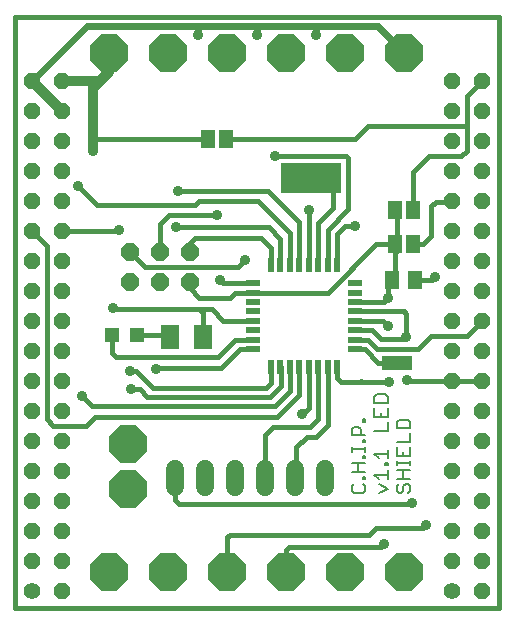
<source format=gtl>
G75*
%MOIN*%
%OFA0B0*%
%FSLAX24Y24*%
%IPPOS*%
%LPD*%
%AMOC8*
5,1,8,0,0,1.08239X$1,22.5*
%
%ADD10C,0.0160*%
%ADD11C,0.0060*%
%ADD12R,0.0500X0.0220*%
%ADD13R,0.0220X0.0500*%
%ADD14OC8,0.0600*%
%ADD15OC8,0.1250*%
%ADD16R,0.0472X0.0472*%
%ADD17R,0.0630X0.0787*%
%ADD18R,0.0512X0.0591*%
%ADD19C,0.0600*%
%ADD20C,0.0560*%
%ADD21OC8,0.0560*%
%ADD22R,0.0460X0.0630*%
%ADD23R,0.2000X0.1000*%
%ADD24R,0.1000X0.0500*%
%ADD25C,0.0356*%
%ADD26C,0.0240*%
%ADD27C,0.0320*%
D10*
X001046Y000180D02*
X017188Y000180D01*
X017188Y019865D01*
X001046Y019865D01*
X001046Y000180D01*
X002341Y006251D02*
X003424Y006251D01*
X003711Y006538D01*
X009794Y006538D01*
X010538Y007282D01*
X010538Y008207D01*
X010853Y008207D02*
X010853Y006845D01*
X010640Y006633D01*
X010896Y006208D02*
X009664Y006208D01*
X009400Y005944D01*
X009400Y004499D01*
X010400Y004499D02*
X010428Y004526D01*
X010428Y005530D01*
X010782Y005885D01*
X011081Y005885D01*
X011483Y006286D01*
X011483Y008207D01*
X011168Y008207D02*
X011168Y006479D01*
X010896Y006208D01*
X009719Y006897D02*
X010223Y007400D01*
X010223Y008207D01*
X009912Y008203D02*
X009912Y007566D01*
X009558Y007211D01*
X005467Y007211D01*
X005215Y007463D01*
X004924Y007463D01*
X004912Y007475D01*
X004888Y008066D02*
X005077Y008066D01*
X005656Y007487D01*
X009412Y007487D01*
X009593Y007668D01*
X009593Y008207D01*
X009908Y008207D02*
X009912Y008203D01*
X009005Y008794D02*
X008550Y008794D01*
X007924Y008168D01*
X005794Y008168D01*
X005758Y008133D01*
X006227Y009215D02*
X006164Y009278D01*
X005109Y009278D01*
X004432Y008526D02*
X007810Y008526D01*
X008392Y009109D01*
X009005Y009109D01*
X009005Y009739D02*
X008002Y009739D01*
X007609Y010133D01*
X007199Y010133D01*
X007329Y010003D01*
X007329Y009215D01*
X007199Y010133D02*
X004377Y010133D01*
X004337Y010172D01*
X004282Y009278D02*
X004282Y008676D01*
X004432Y008526D01*
X003294Y007239D02*
X003636Y006897D01*
X009719Y006897D01*
X011798Y007849D02*
X011932Y007715D01*
X012597Y007715D01*
X012605Y007723D01*
X012609Y007719D01*
X013522Y007719D01*
X014117Y007759D02*
X014140Y007735D01*
X015617Y007735D01*
X016617Y007735D01*
X016117Y009235D02*
X016617Y009735D01*
X016117Y009235D02*
X014924Y009235D01*
X014487Y008798D01*
X013140Y008798D01*
X012829Y009109D01*
X012385Y009109D01*
X012385Y009424D02*
X012955Y009424D01*
X013258Y009121D01*
X013987Y009121D01*
X014077Y009211D01*
X014101Y009235D01*
X014101Y009967D01*
X014014Y010054D01*
X012385Y010054D01*
X012385Y009739D02*
X013333Y009739D01*
X013499Y009574D01*
X013353Y010369D02*
X013499Y010515D01*
X013499Y010932D01*
X013730Y011163D01*
X013730Y012302D01*
X013105Y012302D01*
X011487Y010684D01*
X009005Y010684D01*
X008404Y010684D01*
X008227Y010507D01*
X007203Y010507D01*
X006884Y010826D01*
X006884Y011038D01*
X006884Y012038D02*
X006841Y012082D01*
X006841Y012274D01*
X007054Y012487D01*
X009274Y012487D01*
X009593Y012168D01*
X009593Y011587D01*
X009908Y011587D02*
X009908Y012467D01*
X009510Y012865D01*
X006432Y012865D01*
X006199Y013278D02*
X005884Y012963D01*
X005884Y012038D01*
X005388Y011534D02*
X008495Y011534D01*
X008731Y011771D01*
X009005Y010999D02*
X007995Y010999D01*
X007884Y011109D01*
X007806Y013278D02*
X006199Y013278D01*
X006475Y014086D02*
X009491Y014086D01*
X010538Y013038D01*
X010538Y011587D01*
X010853Y011587D02*
X010853Y013432D01*
X011168Y013007D02*
X011660Y013499D01*
X011660Y014432D01*
X011613Y014479D01*
X010924Y014479D01*
X010912Y014491D01*
X009731Y015223D02*
X012105Y015223D01*
X012164Y015164D01*
X012164Y013456D01*
X011483Y012774D01*
X011483Y011587D01*
X011168Y011587D02*
X011168Y013007D01*
X011798Y012641D02*
X012046Y012889D01*
X012396Y012889D01*
X012400Y012893D01*
X011798Y012641D02*
X011798Y011587D01*
X012385Y010369D02*
X013353Y010369D01*
X013499Y010932D02*
X013499Y010963D01*
X013628Y011093D01*
X014377Y011093D02*
X014959Y011093D01*
X015065Y011200D01*
X014664Y012302D02*
X014330Y012302D01*
X014664Y012302D02*
X014932Y012570D01*
X014932Y013554D01*
X015097Y013719D01*
X015601Y013719D01*
X015617Y013735D01*
X014334Y013428D02*
X014334Y014708D01*
X014857Y015231D01*
X015932Y015231D01*
X016117Y015416D01*
X016117Y016243D01*
X016117Y017235D01*
X016617Y017735D01*
X016117Y016243D02*
X016116Y016241D01*
X016115Y016240D01*
X016113Y016239D01*
X012817Y016239D01*
X012392Y015814D01*
X008094Y015814D01*
X007494Y015814D02*
X003758Y015814D01*
X003668Y015723D01*
X003164Y014235D02*
X003786Y013613D01*
X007069Y013613D01*
X007199Y013743D01*
X009152Y013743D01*
X010223Y012672D01*
X010223Y011587D01*
X012385Y008794D02*
X012719Y008794D01*
X013168Y008345D01*
X013798Y008345D01*
X011798Y008207D02*
X011798Y007849D01*
X014286Y003684D02*
X014243Y003641D01*
X006538Y003641D01*
X006400Y003778D01*
X006400Y004499D01*
X008211Y002605D02*
X012853Y002605D01*
X013097Y002849D01*
X014672Y002849D01*
X014751Y002928D01*
X013369Y002314D02*
X013254Y002200D01*
X010188Y002200D01*
X010101Y002113D01*
X010101Y001361D01*
X008132Y001361D02*
X008132Y002526D01*
X008211Y002605D01*
X002341Y006251D02*
X002121Y006471D01*
X002121Y012231D01*
X001617Y012735D01*
X002617Y012735D02*
X004475Y012735D01*
X004512Y012773D01*
X004884Y012038D02*
X005388Y011534D01*
X013730Y012302D02*
X013777Y012057D01*
X013770Y012050D01*
X013777Y012057D02*
X013778Y012058D01*
X013778Y013384D01*
X013734Y013428D01*
D11*
X013405Y007291D02*
X013111Y007291D01*
X013038Y007218D01*
X013038Y006998D01*
X013478Y006998D01*
X013478Y007218D01*
X013405Y007291D01*
X013478Y006831D02*
X013478Y006537D01*
X013038Y006537D01*
X013038Y006831D01*
X013258Y006684D02*
X013258Y006537D01*
X013478Y006371D02*
X013478Y006077D01*
X013038Y006077D01*
X012728Y005924D02*
X012288Y005924D01*
X012288Y006144D01*
X012361Y006217D01*
X012508Y006217D01*
X012582Y006144D01*
X012582Y005924D01*
X012655Y005767D02*
X012728Y005767D01*
X012728Y005693D01*
X012655Y005693D01*
X012655Y005767D01*
X012728Y005533D02*
X012728Y005386D01*
X012728Y005460D02*
X012288Y005460D01*
X012288Y005533D02*
X012288Y005386D01*
X012288Y004989D02*
X012728Y004989D01*
X012728Y005156D02*
X012728Y005230D01*
X012655Y005230D01*
X012655Y005156D01*
X012728Y005156D01*
X012508Y004989D02*
X012508Y004696D01*
X012655Y004539D02*
X012728Y004539D01*
X012728Y004466D01*
X012655Y004466D01*
X012655Y004539D01*
X012728Y004696D02*
X012288Y004696D01*
X012361Y004299D02*
X012288Y004225D01*
X012288Y004079D01*
X012361Y004005D01*
X012655Y004005D01*
X012728Y004079D01*
X012728Y004225D01*
X012655Y004299D01*
X013038Y004612D02*
X013478Y004612D01*
X013478Y004466D02*
X013478Y004759D01*
X013478Y004926D02*
X013478Y004999D01*
X013405Y004999D01*
X013405Y004926D01*
X013478Y004926D01*
X013478Y005156D02*
X013478Y005450D01*
X013478Y005303D02*
X013038Y005303D01*
X013185Y005156D01*
X013038Y004612D02*
X013185Y004466D01*
X013185Y004299D02*
X013478Y004152D01*
X013185Y004005D01*
X013788Y004079D02*
X013861Y004005D01*
X013935Y004005D01*
X014008Y004079D01*
X014008Y004225D01*
X014082Y004299D01*
X014155Y004299D01*
X014228Y004225D01*
X014228Y004079D01*
X014155Y004005D01*
X013788Y004079D02*
X013788Y004225D01*
X013861Y004299D01*
X013788Y004466D02*
X014228Y004466D01*
X014008Y004466D02*
X014008Y004759D01*
X013788Y004759D02*
X014228Y004759D01*
X014228Y004926D02*
X014228Y005073D01*
X014228Y004999D02*
X013788Y004999D01*
X013788Y004926D02*
X013788Y005073D01*
X013788Y005233D02*
X014228Y005233D01*
X014228Y005527D01*
X014228Y005693D02*
X014228Y005987D01*
X014228Y006154D02*
X014228Y006374D01*
X014155Y006447D01*
X013861Y006447D01*
X013788Y006374D01*
X013788Y006154D01*
X014228Y006154D01*
X014228Y005693D02*
X013788Y005693D01*
X013788Y005527D02*
X013788Y005233D01*
X014008Y005233D02*
X014008Y005380D01*
X012728Y006384D02*
X012728Y006457D01*
X012655Y006457D01*
X012655Y006384D01*
X012728Y006384D01*
D12*
X012385Y008794D03*
X012385Y009109D03*
X012385Y009424D03*
X012385Y009739D03*
X012385Y010054D03*
X012385Y010369D03*
X012385Y010684D03*
X012385Y010999D03*
X009005Y010999D03*
X009005Y010684D03*
X009005Y010369D03*
X009005Y010054D03*
X009005Y009739D03*
X009005Y009424D03*
X009005Y009109D03*
X009005Y008794D03*
D13*
X009593Y008207D03*
X009908Y008207D03*
X010223Y008207D03*
X010538Y008207D03*
X010853Y008207D03*
X011168Y008207D03*
X011483Y008207D03*
X011798Y008207D03*
X011798Y011587D03*
X011483Y011587D03*
X011168Y011587D03*
X010853Y011587D03*
X010538Y011587D03*
X010223Y011587D03*
X009908Y011587D03*
X009593Y011587D03*
D14*
X006884Y012038D03*
X005884Y012038D03*
X005884Y011038D03*
X006884Y011038D03*
X004884Y011038D03*
X004884Y012038D03*
D15*
X004810Y005641D03*
X004821Y004137D03*
X004195Y001361D03*
X006164Y001361D03*
X008132Y001361D03*
X010101Y001361D03*
X012069Y001361D03*
X014038Y001361D03*
X014038Y018684D03*
X012069Y018684D03*
X010101Y018684D03*
X008132Y018684D03*
X006164Y018684D03*
X004195Y018684D03*
D16*
X004282Y009278D03*
X005109Y009278D03*
D17*
X006227Y009215D03*
X007329Y009215D03*
D18*
X013628Y011093D03*
X014377Y011093D03*
D19*
X011400Y004799D02*
X011400Y004199D01*
X010400Y004199D02*
X010400Y004799D01*
X009400Y004799D02*
X009400Y004199D01*
X008400Y004199D02*
X008400Y004799D01*
X007400Y004799D02*
X007400Y004199D01*
X006400Y004199D02*
X006400Y004799D01*
D20*
X001617Y000735D03*
X015617Y000735D03*
D21*
X016617Y000735D03*
X016617Y001735D03*
X016617Y002735D03*
X016617Y003735D03*
X016617Y004735D03*
X016617Y005735D03*
X016617Y006735D03*
X016617Y007735D03*
X016617Y008735D03*
X016617Y009735D03*
X016617Y010735D03*
X016617Y011735D03*
X016617Y012735D03*
X016617Y013735D03*
X016617Y014735D03*
X016617Y015735D03*
X016617Y016735D03*
X016617Y017735D03*
X015617Y017735D03*
X015617Y016735D03*
X015617Y015735D03*
X015617Y014735D03*
X015617Y013735D03*
X015617Y012735D03*
X015617Y011735D03*
X015617Y010735D03*
X015617Y009735D03*
X015617Y008735D03*
X015617Y007735D03*
X015617Y006735D03*
X015617Y005735D03*
X015617Y004735D03*
X015617Y003735D03*
X015617Y002735D03*
X015617Y001735D03*
X002617Y001735D03*
X002617Y000735D03*
X001617Y001735D03*
X001617Y002735D03*
X001617Y003735D03*
X001617Y004735D03*
X001617Y005735D03*
X001617Y006735D03*
X001617Y007735D03*
X001617Y008735D03*
X001617Y009735D03*
X001617Y010735D03*
X001617Y011735D03*
X001617Y012735D03*
X001617Y013735D03*
X001617Y014735D03*
X001617Y015735D03*
X001617Y016735D03*
X001617Y017735D03*
X002617Y017735D03*
X002617Y016735D03*
X002617Y015735D03*
X002617Y014735D03*
X002617Y013735D03*
X002617Y012735D03*
X002617Y011735D03*
X002617Y010735D03*
X002617Y009735D03*
X002617Y008735D03*
X002617Y007735D03*
X002617Y006735D03*
X002617Y005735D03*
X002617Y004735D03*
X002617Y003735D03*
X002617Y002735D03*
D22*
X013730Y012302D03*
X014330Y012302D03*
X014334Y013428D03*
X013734Y013428D03*
X008094Y015814D03*
X007494Y015814D03*
D23*
X010912Y014491D03*
D24*
X013798Y008345D03*
D25*
X014117Y007759D03*
X013522Y007719D03*
X014077Y009211D03*
X013499Y009574D03*
X013499Y010515D03*
X015065Y011200D03*
X012400Y012893D03*
X010853Y013432D03*
X009731Y015223D03*
X007806Y013278D03*
X006432Y012865D03*
X006475Y014086D03*
X004512Y012773D03*
X003164Y014235D03*
X003668Y015420D03*
X007152Y019282D03*
X009109Y019271D03*
X011101Y019271D03*
X008731Y011771D03*
X007884Y011109D03*
X005758Y008133D03*
X004888Y008066D03*
X004912Y007475D03*
X003294Y007239D03*
X004337Y010172D03*
X010640Y006633D03*
X014286Y003684D03*
X014751Y002928D03*
X013369Y002314D03*
D26*
X001617Y017735D02*
X003443Y019562D01*
X007152Y019562D01*
X007152Y019282D01*
X007152Y019562D02*
X009101Y019562D01*
X009109Y019554D01*
X009109Y019271D01*
X009101Y019562D02*
X011089Y019562D01*
X011089Y019282D01*
X011101Y019271D01*
X011089Y019562D02*
X013160Y019562D01*
X014038Y018684D01*
D27*
X004195Y018684D02*
X004195Y018034D01*
X003896Y017735D01*
X003668Y017507D01*
X003668Y015723D01*
X003668Y015420D01*
X002617Y016735D02*
X001617Y017735D01*
X002617Y017735D02*
X003896Y017735D01*
M02*

</source>
